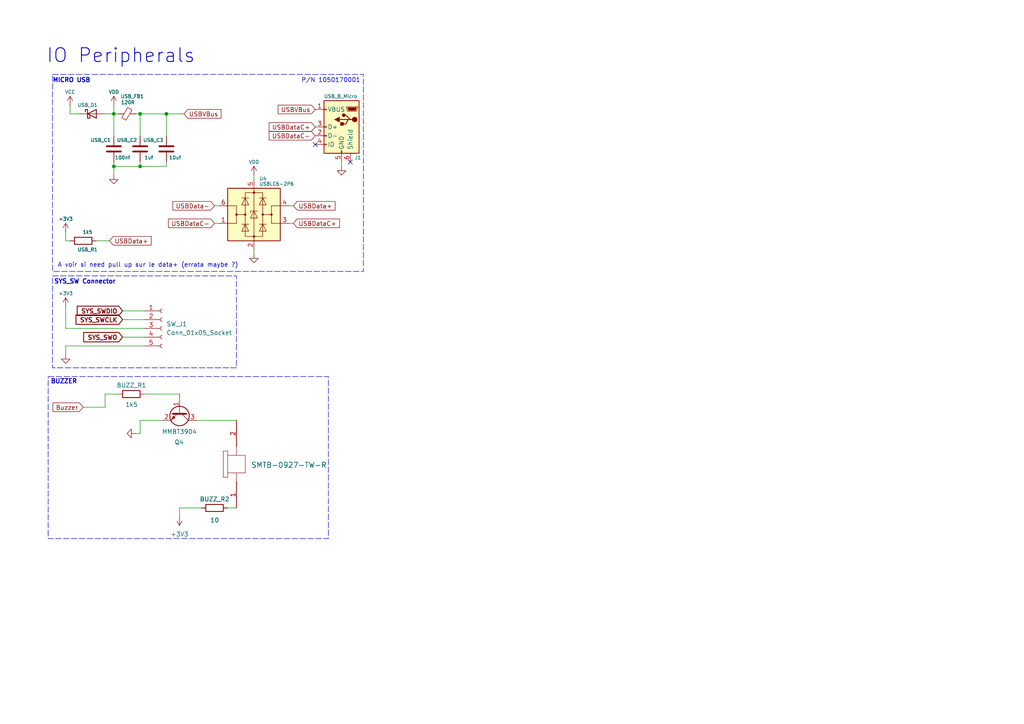
<source format=kicad_sch>
(kicad_sch (version 20231120) (generator "eeschema") (generator_version "8.0")
  (paper "A4")
  (title_block (title "IO") (date "2024-11-09") (company "GAUL"))
  (lib_symbols
    (symbol "+3V3_1" (power) (pin_numbers hide) (pin_names (offset 0) hide)
      (property "Value" "+3V3" (at 0 3.556 0))
      (symbol "+3V3_1_0_1"
        (polyline (pts (xy -0.762 1.27) (xy 0 2.54)))
        (polyline (pts (xy 0 0) (xy 0 2.54)))
        (polyline (pts (xy 0 2.54) (xy 0.762 1.27)))
      )
      (symbol "+3V3_1_1_1"
        (pin power_in line (at 0 0 90) (length 0) (name "~") (number "1"))
      )
    )
    (symbol "Connector:Conn_01x05_Socket" (pin_names (offset 1.016) hide)
      (property "Reference" "J" (at 0 7.62 0))
      (property "Value" "Conn_01x05_Socket" (at 0 -7.62 0))
      (symbol "Conn_01x05_Socket_1_1"
        (arc (start 0 -4.572) (mid -0.5058 -5.08) (end 0 -5.588) (stroke (width 0.1524)))
        (arc (start 0 -2.032) (mid -0.5058 -2.54) (end 0 -3.048) (stroke (width 0.1524)))
        (polyline (pts (xy -1.27 -5.08) (xy -0.508 -5.08)) (stroke (width 0.1524)))
        (polyline (pts (xy -1.27 -2.54) (xy -0.508 -2.54)) (stroke (width 0.1524)))
        (polyline (pts (xy -1.27 0) (xy -0.508 0)) (stroke (width 0.1524)))
        (polyline (pts (xy -1.27 2.54) (xy -0.508 2.54)) (stroke (width 0.1524)))
        (polyline (pts (xy -1.27 5.08) (xy -0.508 5.08)) (stroke (width 0.1524)))
        (arc (start 0 0.508) (mid -0.5058 0) (end 0 -0.508) (stroke (width 0.1524)))
        (arc (start 0 3.048) (mid -0.5058 2.54) (end 0 2.032) (stroke (width 0.1524)))
        (arc (start 0 5.588) (mid -0.5058 5.08) (end 0 4.572) (stroke (width 0.1524)))
        (pin passive line (at -5.08 5.08 0) (length 3.81) (name "Pin_1") (number "1"))
        (pin passive line (at -5.08 2.54 0) (length 3.81) (name "Pin_2") (number "2"))
        (pin passive line (at -5.08 0 0) (length 3.81) (name "Pin_3") (number "3"))
        (pin passive line (at -5.08 -2.54 0) (length 3.81) (name "Pin_4") (number "4"))
        (pin passive line (at -5.08 -5.08 0) (length 3.81) (name "Pin_5") (number "5"))
      )
    )
    (symbol "Connector:USB_B_Micro" (pin_names (offset 1.016))
      (property "Reference" "J3" (at 5.08 -8.89 0))
      (property "Value" "USB_B_Micro" (at 5.08 8.89 0))
      (symbol "USB_B_Micro_0_1"
        (rectangle (start -5.08 -7.62) (end 5.08 7.62) (stroke (width 0.254)) (fill (type background)))
        (circle (center -3.81 2.159) (radius 0.635) (stroke (width 0.254)) (fill (type outline)))
        (circle (center -0.635 3.429) (radius 0.381) (stroke (width 0.254)) (fill (type outline)))
        (rectangle (start -0.127 -7.62) (end 0.127 -6.858))
        (polyline (pts (xy -1.905 2.159) (xy 0.635 2.159)) (stroke (width 0.254)))
        (polyline (pts (xy -3.175 2.159) (xy -2.54 2.159) (xy -1.27 3.429) (xy -0.635 3.429)) (stroke (width 0.254)))
        (polyline (pts (xy -2.54 2.159) (xy -1.905 2.159) (xy -1.27 0.889) (xy 0 0.889)) (stroke (width 0.254)))
        (polyline (pts (xy 0.635 2.794) (xy 0.635 1.524) (xy 1.905 2.159) (xy 0.635 2.794)) (stroke (width 0.254)) (fill (type outline)))
        (polyline (pts (xy -4.318 5.588) (xy -1.778 5.588) (xy -2.032 4.826) (xy -4.064 4.826) (xy -4.318 5.588)) (fill (type outline)))
        (polyline (pts (xy -4.699 5.842) (xy -4.699 5.588) (xy -4.445 4.826) (xy -4.445 4.572) (xy -1.651 4.572) (xy -1.651 4.826) (xy -1.397 5.588) (xy -1.397 5.842) (xy -4.699 5.842)))
        (rectangle (start 0.254 1.27) (end -0.508 0.508) (stroke (width 0.254)) (fill (type outline)))
        (rectangle (start 5.08 -5.207) (end 4.318 -4.953))
        (rectangle (start 5.08 -2.667) (end 4.318 -2.413))
        (rectangle (start 5.08 -0.127) (end 4.318 0.127))
        (rectangle (start 5.08 4.953) (end 4.318 5.207))
      )
      (symbol "USB_B_Micro_1_1"
        (pin power_out line (at 7.62 5.08 180) (length 2.54) (name "VBUS") (number "1"))
        (pin bidirectional line (at 7.62 -2.54 180) (length 2.54) (name "D-") (number "2"))
        (pin bidirectional line (at 7.62 0 180) (length 2.54) (name "D+") (number "3"))
        (pin passive line (at 7.62 -5.08 180) (length 2.54) (name "ID") (number "4"))
        (pin power_in line (at 0 -10.16 90) (length 2.54) (name "GND") (number "5"))
        (pin passive line (at -2.54 -10.16 90) (length 2.54) (name "Shield") (number "6"))
      )
    )
    (symbol "Device:C" (pin_numbers hide) (pin_names (offset 0.254))
      (property "Reference" "C" (at 0.635 2.54 0))
      (property "Value" "C" (at 0.635 -2.54 0))
      (symbol "C_0_1"
        (polyline (pts (xy -2.032 -0.762) (xy 2.032 -0.762)) (stroke (width 0.508)))
        (polyline (pts (xy -2.032 0.762) (xy 2.032 0.762)) (stroke (width 0.508)))
      )
      (symbol "C_1_1"
        (pin passive line (at 0 3.81 270) (length 2.794) (name "~") (number "1"))
        (pin passive line (at 0 -3.81 90) (length 2.794) (name "~") (number "2"))
      )
    )
    (symbol "Device:D_Schottky" (pin_numbers hide) (pin_names (offset 1.016) hide)
      (property "Reference" "D" (at 0 2.54 0))
      (property "Value" "D_Schottky" (at 0 -2.54 0))
      (symbol "D_Schottky_0_1"
        (polyline (pts (xy 1.27 0) (xy -1.27 0)))
        (polyline (pts (xy 1.27 1.27) (xy 1.27 -1.27) (xy -1.27 0) (xy 1.27 1.27)) (stroke (width 0.254)))
        (polyline (pts (xy -1.905 0.635) (xy -1.905 1.27) (xy -1.27 1.27) (xy -1.27 -1.27) (xy -0.635 -1.27) (xy -0.635 -0.635)) (stroke (width 0.254)))
      )
      (symbol "D_Schottky_1_1"
        (pin passive line (at -3.81 0 0) (length 2.54) (name "K") (number "1"))
        (pin passive line (at 3.81 0 180) (length 2.54) (name "A") (number "2"))
      )
    )
    (symbol "Device:FerriteBead_Small" (pin_numbers hide) (pin_names (offset 0))
      (property "Reference" "FB" (at 1.905 1.27 0))
      (property "Value" "FerriteBead_Small" (at 1.905 -1.27 0))
      (symbol "FerriteBead_Small_0_1"
        (polyline (pts (xy 0 -1.27) (xy 0 -0.7874)))
        (polyline (pts (xy 0 0.889) (xy 0 1.2954)))
        (polyline (pts (xy -1.8288 0.2794) (xy -1.1176 1.4986) (xy 1.8288 -0.2032) (xy 1.1176 -1.4224) (xy -1.8288 0.2794)))
      )
      (symbol "FerriteBead_Small_1_1"
        (pin passive line (at 0 2.54 270) (length 1.27) (name "~") (number "1"))
        (pin passive line (at 0 -2.54 90) (length 1.27) (name "~") (number "2"))
      )
    )
    (symbol "Device:R" (pin_numbers hide) (pin_names (offset 0))
      (property "Reference" "R" (at 2.032 0 90))
      (property "Value" "R" (at 0 0 90))
      (symbol "R_0_1"
        (rectangle (start -1.016 -2.54) (end 1.016 2.54) (stroke (width 0.254)))
      )
      (symbol "R_1_1"
        (pin passive line (at 0 3.81 270) (length 1.27) (name "~") (number "1"))
        (pin passive line (at 0 -3.81 90) (length 1.27) (name "~") (number "2"))
      )
    )
    (symbol "ODB2:SMTB-0927-TW-R" (pin_names (offset 0.254))
      (property "Value" "SMTB-0927-TW-R" (at 12.7 7.62 0))
      (symbol "SMTB-0927-TW-R_0_1"
        (polyline (pts (xy 7.62 0) (xy 10.16 0)) (stroke (width 0.127)))
        (polyline (pts (xy 8.89 3.81) (xy 8.89 2.54)) (stroke (width 0.127)))
        (polyline (pts (xy 8.89 3.81) (xy 16.51 3.81)) (stroke (width 0.127)))
        (polyline (pts (xy 10.16 -2.54) (xy 15.24 -2.54)) (stroke (width 0.127)))
        (polyline (pts (xy 10.16 2.54) (xy 10.16 -2.54)) (stroke (width 0.127)))
        (polyline (pts (xy 15.24 -2.54) (xy 15.24 2.54)) (stroke (width 0.127)))
        (polyline (pts (xy 16.51 2.54) (xy 8.89 2.54)) (stroke (width 0.127)))
        (polyline (pts (xy 16.51 3.81) (xy 16.51 2.54)) (stroke (width 0.127)))
        (polyline (pts (xy 17.78 0) (xy 15.24 0)) (stroke (width 0.127)))
      )
      (symbol "SMTB-0927-TW-R_1_1"
        (pin input line (at 0 0 0) (length 7.62) (name "") (number "1"))
        (pin output line (at 25.4 0 180) (length 7.62) (name "") (number "2"))
      )
    )
    (symbol "Power_Protection:USBLC6-2P6" (pin_names hide)
      (property "Reference" "U" (at 2.54 8.89 0))
      (property "Value" "USBLC6-2P6" (at 2.54 -8.89 0))
      (symbol "USBLC6-2P6_0_1"
        (rectangle (start -7.62 -7.62) (end 7.62 7.62) (stroke (width 0.254)) (fill (type background)))
        (circle (center -5.08 0) (radius 0.254) (fill (type outline)))
        (circle (center -2.54 0) (radius 0.254) (fill (type outline)))
        (rectangle (start -2.54 6.35) (end 2.54 -6.35))
        (circle (center 0 -6.35) (radius 0.254) (fill (type outline)))
        (polyline (pts (xy -5.08 -2.54) (xy -7.62 -2.54)))
        (polyline (pts (xy -5.08 0) (xy -5.08 -2.54)))
        (polyline (pts (xy -5.08 2.54) (xy -7.62 2.54)))
        (polyline (pts (xy -1.524 -2.794) (xy -3.556 -2.794)))
        (polyline (pts (xy -1.524 4.826) (xy -3.556 4.826)))
        (polyline (pts (xy 0 -7.62) (xy 0 -6.35)))
        (polyline (pts (xy 0 -6.35) (xy 0 1.27)))
        (polyline (pts (xy 0 1.27) (xy 0 6.35)))
        (polyline (pts (xy 0 6.35) (xy 0 7.62)))
        (polyline (pts (xy 1.524 -2.794) (xy 3.556 -2.794)))
        (polyline (pts (xy 1.524 4.826) (xy 3.556 4.826)))
        (polyline (pts (xy 5.08 -2.54) (xy 7.62 -2.54)))
        (polyline (pts (xy 5.08 0) (xy 5.08 -2.54)))
        (polyline (pts (xy 5.08 2.54) (xy 7.62 2.54)))
        (polyline (pts (xy -2.54 0) (xy -5.08 0) (xy -5.08 2.54)))
        (polyline (pts (xy 2.54 0) (xy 5.08 0) (xy 5.08 2.54)))
        (polyline (pts (xy -3.556 -4.826) (xy -1.524 -4.826) (xy -2.54 -2.794) (xy -3.556 -4.826)))
        (polyline (pts (xy -3.556 2.794) (xy -1.524 2.794) (xy -2.54 4.826) (xy -3.556 2.794)))
        (polyline (pts (xy -1.016 -1.016) (xy 1.016 -1.016) (xy 0 1.016) (xy -1.016 -1.016)))
        (polyline (pts (xy 1.016 1.016) (xy 0.762 1.016) (xy -1.016 1.016) (xy -1.016 0.508)))
        (polyline (pts (xy 3.556 -4.826) (xy 1.524 -4.826) (xy 2.54 -2.794) (xy 3.556 -4.826)))
        (polyline (pts (xy 3.556 2.794) (xy 1.524 2.794) (xy 2.54 4.826) (xy 3.556 2.794)))
        (circle (center 0 6.35) (radius 0.254) (fill (type outline)))
        (circle (center 2.54 0) (radius 0.254) (fill (type outline)))
        (circle (center 5.08 0) (radius 0.254) (fill (type outline)))
      )
      (symbol "USBLC6-2P6_1_1"
        (pin passive line (at -10.16 -2.54 0) (length 2.54) (name "I/O1") (number "1"))
        (pin passive line (at 0 -10.16 90) (length 2.54) (name "GND") (number "2"))
        (pin passive line (at 10.16 -2.54 180) (length 2.54) (name "I/O2") (number "3"))
        (pin passive line (at 10.16 2.54 180) (length 2.54) (name "I/O2") (number "4"))
        (pin passive line (at 0 10.16 270) (length 2.54) (name "VBUS") (number "5"))
        (pin passive line (at -10.16 2.54 0) (length 2.54) (name "I/O1") (number "6"))
      )
    )
    (symbol "Transistor_BJT:MMBT3904" (pin_names (offset 0) hide)
      (property "Reference" "Q" (at 5.08 1.905 0))
      (property "Value" "MMBT3904" (at 5.08 0 0))
      (symbol "MMBT3904_0_1"
        (polyline (pts (xy 0.635 0.635) (xy 2.54 2.54)))
        (polyline (pts (xy 0.635 -0.635) (xy 2.54 -2.54) (xy 2.54 -2.54)))
        (polyline (pts (xy 0.635 1.905) (xy 0.635 -1.905) (xy 0.635 -1.905)) (stroke (width 0.508)))
        (polyline (pts (xy 1.27 -1.778) (xy 1.778 -1.27) (xy 2.286 -2.286) (xy 1.27 -1.778) (xy 1.27 -1.778)) (fill (type outline)))
        (circle (center 1.27 0) (radius 2.8194) (stroke (width 0.254)))
      )
      (symbol "MMBT3904_1_1"
        (pin input line (at -5.08 0 0) (length 5.715) (name "B") (number "1"))
        (pin passive line (at 2.54 -5.08 90) (length 2.54) (name "E") (number "2"))
        (pin passive line (at 2.54 5.08 270) (length 2.54) (name "C") (number "3"))
      )
    )
    (symbol "power:+3V3" (power) (pin_names (offset 0))
      (property "Value" "+3V3" (at 0 3.556 0))
      (symbol "+3V3_0_1"
        (polyline (pts (xy -0.762 1.27) (xy 0 2.54)))
        (polyline (pts (xy 0 0) (xy 0 2.54)))
        (polyline (pts (xy 0 2.54) (xy 0.762 1.27)))
      )
      (symbol "+3V3_1_1"
        (pin power_in line (at 0 0 90) (length 0) hide (name "+3V3") (number "1"))
      )
    )
    (symbol "power:GND" (power) (pin_names (offset 0))
      (property "Value" "GND" (at 0 -3.81 0))
      (symbol "GND_0_1"
        (polyline (pts (xy 0 0) (xy 0 -1.27) (xy 1.27 -1.27) (xy 0 -2.54) (xy -1.27 -1.27) (xy 0 -1.27)))
      )
      (symbol "GND_1_1"
        (pin power_in line (at 0 0 270) (length 0) hide (name "GND") (number "1"))
      )
    )
    (symbol "power:VCC" (power) (pin_names (offset 0))
      (property "Value" "VCC" (at 0 3.81 0))
      (symbol "VCC_0_1"
        (polyline (pts (xy -0.762 1.27) (xy 0 2.54)))
        (polyline (pts (xy 0 0) (xy 0 2.54)))
        (polyline (pts (xy 0 2.54) (xy 0.762 1.27)))
      )
      (symbol "VCC_1_1"
        (pin power_in line (at 0 0 90) (length 0) hide (name "VCC") (number "1"))
      )
    )
    (symbol "power:VDD" (power) (pin_names (offset 0))
      (property "Value" "VDD" (at 0 3.81 0))
      (symbol "VDD_0_1"
        (polyline (pts (xy -0.762 1.27) (xy 0 2.54)))
        (polyline (pts (xy 0 0) (xy 0 2.54)))
        (polyline (pts (xy 0 2.54) (xy 0.762 1.27)))
      )
      (symbol "VDD_1_1"
        (pin power_in line (at 0 0 90) (length 0) hide (name "VDD") (number "1"))
      )
    )
  )
  (junction (at 33.02 33.02))
  (junction (at 33.02 48.26))
  (junction (at 40.64 48.26))
  (junction (at 40.64 33.02))
  (junction (at 48.26 33.02))
  (no_connect (at 91.44 41.91))
  (no_connect (at 101.6 46.99))
  (wire (pts (xy 48.26 39.37) (xy 48.26 33.02)))
  (wire (pts (xy 83.82 64.77) (xy 85.09 64.77)))
  (wire (pts (xy 19.05 67.31) (xy 19.05 69.85)))
  (wire (pts (xy 57.15 121.92) (xy 68.58 121.92)))
  (wire (pts (xy 35.56 90.17) (xy 41.91 90.17)))
  (wire (pts (xy 48.26 46.99) (xy 48.26 48.26)))
  (wire (pts (xy 83.82 59.69) (xy 85.09 59.69)))
  (wire (pts (xy 35.56 92.71) (xy 41.91 92.71)))
  (wire (pts (xy 52.07 147.32) (xy 52.07 149.86)))
  (wire (pts (xy 52.07 147.32) (xy 58.42 147.32)))
  (wire (pts (xy 33.02 30.48) (xy 33.02 33.02)))
  (wire (pts (xy 41.91 114.3) (xy 52.07 114.3)))
  (wire (pts (xy 33.02 48.26) (xy 40.64 48.26)))
  (wire (pts (xy 24.13 118.11) (xy 30.48 118.11)))
  (wire (pts (xy 31.75 69.85) (xy 27.94 69.85)))
  (wire (pts (xy 33.02 48.26) (xy 33.02 50.8)))
  (wire (pts (xy 41.91 95.25) (xy 19.05 95.25)))
  (wire (pts (xy 33.02 33.02) (xy 33.02 39.37)))
  (wire (pts (xy 30.48 114.3) (xy 34.29 114.3)))
  (wire (pts (xy 19.05 69.85) (xy 20.32 69.85)))
  (wire (pts (xy 40.64 121.92) (xy 46.99 121.92)))
  (wire (pts (xy 68.58 147.32) (xy 66.04 147.32)))
  (wire (pts (xy 39.37 33.02) (xy 40.64 33.02)))
  (wire (pts (xy 62.23 59.69) (xy 63.5 59.69)))
  (wire (pts (xy 33.02 46.99) (xy 33.02 48.26)))
  (wire (pts (xy 19.05 100.33) (xy 19.05 102.87)))
  (wire (pts (xy 40.64 46.99) (xy 40.64 48.26)))
  (wire (pts (xy 40.64 125.73) (xy 40.64 121.92)))
  (wire (pts (xy 40.64 39.37) (xy 40.64 33.02)))
  (wire (pts (xy 73.66 72.39) (xy 73.66 73.66)))
  (wire (pts (xy 39.37 125.73) (xy 40.64 125.73)))
  (wire (pts (xy 22.86 33.02) (xy 20.32 33.02)))
  (wire (pts (xy 48.26 33.02) (xy 53.34 33.02)))
  (wire (pts (xy 41.91 100.33) (xy 19.05 100.33)))
  (wire (pts (xy 73.66 50.8) (xy 73.66 52.07)))
  (wire (pts (xy 19.05 95.25) (xy 19.05 88.9)))
  (wire (pts (xy 40.64 33.02) (xy 48.26 33.02)))
  (wire (pts (xy 99.06 46.99) (xy 99.06 48.26)))
  (wire (pts (xy 35.56 97.79) (xy 41.91 97.79)))
  (wire (pts (xy 20.32 33.02) (xy 20.32 30.48)))
  (wire (pts (xy 62.23 64.77) (xy 63.5 64.77)))
  (wire (pts (xy 40.64 48.26) (xy 48.26 48.26)))
  (wire (pts (xy 30.48 33.02) (xy 33.02 33.02)))
  (wire (pts (xy 34.29 33.02) (xy 33.02 33.02)))
  (wire (pts (xy 30.48 114.3) (xy 30.48 118.11)))
  (rectangle (start 13.97 109.22) (end 95.25 156.21) (stroke (width 0) (type dash)))
  (rectangle (start 15.24 80.01) (end 68.58 106.68) (stroke (width 0) (type dash)))
  (rectangle (start 15.24 21.59) (end 105.41 78.74) (stroke (width 0) (type dash)))
  (text "IO Peripherals" (at 35.052 16.256 0) (effects (font (size 4 4) (thickness 0.254) (bold yes))))
  (text "MICRO USB" (at 15.24 24.13 0) (effects (font (size 1.27 1.27) (thickness 0.254) (bold yes)) (justify left bottom)))
  (text "A voir si need pull up sur le data+ (errata maybe ?)" (at 42.926 76.962 0) (effects (font (size 1.27 1.27))))
  (text "P/N 1050170001" (at 87.376 24.13 0) (effects (font (size 1.27 1.27)) (justify left bottom)))
  (text "BUZZER" (at 18.542 110.744 0) (effects (font (size 1.27 1.27) (thickness 0.254) (bold yes))))
  (text "SYS_SW Connector" (at 24.638 81.788 0) (effects (font (size 1.27 1.27) (thickness 0.254) (bold yes))))
  (global_label "Buzzer" (shape input) (at 24.13 118.11 180) (property "Intersheetrefs" "${INTERSHEET_REFS}" (effects (hide yes))))
  (global_label "USBData+" (shape input) (at 31.75 69.85 0) (property "Intersheetrefs" "${INTERSHEET_REFS}" (effects (hide yes))))
  (global_label "SYS_SWDIO" (shape input) (at 35.56 90.17 180) (effects (font (thickness 0.254) (bold yes))) (property "Intersheetrefs" "${INTERSHEET_REFS}" (effects (hide yes))))
  (global_label "SYS_SWCLK" (shape input) (at 35.56 92.71 180) (effects (font (thickness 0.254) (bold yes))) (property "Intersheetrefs" "${INTERSHEET_REFS}" (effects (hide yes))))
  (global_label "USBDataC+" (shape input) (at 91.44 36.83 180) (property "Intersheetrefs" "${INTERSHEET_REFS}" (effects (hide yes))))
  (global_label "SYS_SWO" (shape input) (at 35.56 97.79 180) (effects (font (thickness 0.254) (bold yes))) (property "Intersheetrefs" "${INTERSHEET_REFS}" (effects (hide yes))))
  (global_label "USBData+" (shape input) (at 85.09 59.69 0) (property "Intersheetrefs" "${INTERSHEET_REFS}" (effects (hide yes))))
  (global_label "USBData-" (shape input) (at 62.23 59.69 180) (property "Intersheetrefs" "${INTERSHEET_REFS}" (effects (hide yes))))
  (global_label "USBDataC+" (shape input) (at 85.09 64.77 0) (property "Intersheetrefs" "${INTERSHEET_REFS}" (effects (hide yes))))
  (global_label "USBVBus" (shape input) (at 53.34 33.02 0) (property "Intersheetrefs" "${INTERSHEET_REFS}" (effects (hide yes))))
  (global_label "USBDataC-" (shape input) (at 62.23 64.77 180) (property "Intersheetrefs" "${INTERSHEET_REFS}" (effects (hide yes))))
  (global_label "USBVBus" (shape input) (at 91.44 31.75 180) (property "Intersheetrefs" "${INTERSHEET_REFS}" (effects (hide yes))))
  (global_label "USBDataC-" (shape input) (at 91.44 39.37 180) (property "Intersheetrefs" "${INTERSHEET_REFS}" (effects (hide yes))))
  (symbol (lib_id "ODB2:SMTB-0927-TW-R") (at 68.58 147.32 90) (unit 1)
    (property "Reference" "LS1" (effects (hide yes)))
    (property "Value" "SMTB-0927-TW-R" (at 83.82 134.874 90) (effects (font (size 1.524 1.524))))
    (property "Footprint" "SMTB-0927-TW-R_PUI" (effects (hide yes)))
    (property "Datasheet" "SMTB-0927-TW-R" (effects (hide yes)))
  )
  (symbol (lib_id "Device:R") (at 24.13 69.85 270) (unit 1)
    (property "Reference" "USB_R1" (at 25.4 72.39 90) (effects (font (size 1 1))))
    (property "Value" "1k5" (at 25.4 67.31 90) (effects (font (size 1 1))))
    (property "Footprint" "Resistor_SMD:R_0805_2012Metric" (effects (hide yes)))
  )
  (symbol (lib_id "Device:R") (at 62.23 147.32 90) (unit 1)
    (property "Reference" "BUZZ_R2" (at 57.912 144.78 90) (effects (justify right)))
    (property "Value" "10" (at 60.96 150.876 90) (effects (justify right)))
    (property "Description" "Resistor" (effects (hide yes)))
  )
  (symbol (lib_id "power:+3V3") (at 19.05 67.31 0) (unit 1)
    (property "Reference" "#PWR038" (effects (hide yes)))
    (property "Value" "+3V3" (at 19.05 63.5 0) (effects (font (size 1 1))))
  )
  (symbol (lib_id "power:VCC") (at 20.32 30.48 0) (unit 1)
    (property "Reference" "#PWR037" (effects (hide yes)))
    (property "Value" "VCC" (at 20.32 26.67 0) (effects (font (size 1 1))))
  )
  (symbol (lib_id "power:+3V3") (at 19.05 88.9 0) (unit 1)
    (property "Reference" "#PWR046" (effects (hide yes)))
    (property "Value" "+3V3" (at 19.05 85.09 0) (effects (font (size 1 1))))
  )
  (symbol (lib_id "Device:C") (at 40.64 43.18 180) (unit 1)
    (property "Reference" "USB_C2" (at 36.83 40.64 0) (effects (font (size 1 1))))
    (property "Value" "1uf" (at 43.18 45.72 0) (effects (font (size 1 1))))
    (property "Footprint" "Capacitor_SMD:C_0805_2012Metric" (effects (hide yes)))
  )
  (symbol (lib_id "Transistor_BJT:MMBT3904") (at 52.07 119.38 270) (unit 1)
    (property "Reference" "Q4" (at 53.34 128.27 90) (effects (justify right)))
    (property "Value" "MMBT3904" (at 57.15 125.222 90) (effects (justify right)))
    (property "Footprint" "Package_TO_SOT_SMD:SOT-23" (effects (hide yes)))
    (property "Datasheet" "https://www.onsemi.com/pdf/datasheet/pzt3904-d.pdf" (effects (hide yes)))
    (property "Description" "0.2A Ic, 40V Vce, Small Signal NPN Transistor, SOT-23" (effects (hide yes)))
  )
  (symbol (lib_id "power:GND") (at 19.05 102.87 0) (unit 1)
    (property "Reference" "#PWR047" (effects (hide yes)))
    (property "Value" "GND" (effects (hide yes)))
  )
  (symbol (lib_id "power:VDD") (at 33.02 30.48 0) (unit 1)
    (property "Reference" "#PWR039" (effects (hide yes)))
    (property "Value" "VDD" (at 33.02 26.67 0) (effects (font (size 1 1))))
  )
  (symbol (lib_id "Power_Protection:USBLC6-2P6") (at 73.66 62.23 0) (unit 1)
    (property "Reference" "U4" (at 75.184 51.816 0) (effects (font (size 1 1)) (justify left)))
    (property "Value" "USBLC6-2P6" (at 75.184 53.34 0) (effects (font (size 1 1)) (justify left)))
    (property "Footprint" "Package_TO_SOT_SMD:SOT-666" (effects (hide yes)))
    (property "Datasheet" "https://www.st.com/resource/en/datasheet/usblc6-2.pdf" (effects (hide yes)))
  )
  (symbol (lib_id "power:GND") (at 39.37 125.73 270) (unit 1)
    (property "Reference" "#PWR063" (effects (hide yes)))
    (property "Value" "GND" (effects (hide yes)))
  )
  (symbol (lib_id "Connector:USB_B_Micro") (at 99.06 36.83 0) (mirror y) (unit 1)
    (property "Reference" "J1" (at 102.87 45.72 0) (effects (font (size 1 1)) (justify right)))
    (property "Value" "USB_B_Micro" (at 93.98 27.94 0) (effects (font (size 1 1)) (justify right)))
    (property "Footprint" "Connector_USB:USB_Micro-B_Molex-105017-0001" (effects (hide yes)))
  )
  (symbol (lib_id "Device:C") (at 33.02 43.18 180) (unit 1)
    (property "Reference" "USB_C1" (at 29.21 40.64 0) (effects (font (size 1 1))))
    (property "Value" "100nf" (at 35.56 45.72 0) (effects (font (size 1 1))))
    (property "Footprint" "Capacitor_SMD:C_0805_2012Metric" (effects (hide yes)))
  )
  (symbol (lib_id "Device:D_Schottky") (at 26.67 33.02 0) (unit 1)
    (property "Reference" "USB_D1" (at 25.4 30.48 0) (effects (font (size 1 1))))
    (property "Value" "B260A-13-F" (effects (hide yes)))
    (property "Footprint" "Diode_SMD:D_SOD-123" (effects (hide yes)))
  )
  (symbol (lib_id "Device:R") (at 38.1 114.3 90) (unit 1)
    (property "Reference" "BUZZ_R1" (at 33.782 111.76 90) (effects (justify right)))
    (property "Value" "1k5" (at 36.322 117.348 90) (effects (justify right)))
    (property "Description" "Resistor" (effects (hide yes)))
  )
  (symbol (lib_id "Device:FerriteBead_Small") (at 36.83 33.02 90) (unit 1)
    (property "Reference" "USB_FB1" (at 38.354 27.94 90) (effects (font (size 1 1))))
    (property "Value" "120R" (at 37.084 29.718 90) (effects (font (size 1 1))))
    (property "Footprint" "Inductor_SMD:L_0805_2012Metric" (effects (hide yes)))
  )
  (symbol (lib_id "Device:C") (at 48.26 43.18 180) (unit 1)
    (property "Reference" "USB_C3" (at 44.45 40.64 0) (effects (font (size 1 1))))
    (property "Value" "10uf" (at 50.8 45.72 0) (effects (font (size 1 1))))
    (property "Footprint" "Capacitor_SMD:C_0805_2012Metric" (effects (hide yes)))
  )
  (symbol (lib_id "Connector:Conn_01x05_Socket") (at 46.99 95.25 0) (unit 1)
    (property "Reference" "SW_J1" (at 48.26 93.9799 0) (effects (justify left)))
    (property "Value" "Conn_01x05_Socket" (at 48.26 96.5199 0) (effects (justify left)))
    (property "Description" "Generic connector, single row, 01x05, script generated" (effects (hide yes)))
  )
  (symbol (lib_id "power:GND") (at 73.66 73.66 0) (unit 1)
    (property "Reference" "#PWR042" (effects (hide yes)))
    (property "Value" "GND" (effects (hide yes)))
  )
  (symbol (lib_name "+3V3_1") (lib_id "power:+3V3") (at 52.07 149.86 180) (unit 1)
    (property "Reference" "#PWR062" (effects (hide yes)))
    (property "Value" "+3V3" (at 52.07 154.94 0))
    (property "Description" "Power symbol creates a global label with name \"+3V3\"" (effects (hide yes)))
  )
  (symbol (lib_id "power:GND") (at 99.06 48.26 0) (unit 1)
    (property "Reference" "#PWR043" (effects (hide yes)))
    (property "Value" "GND" (effects (hide yes)))
  )
  (symbol (lib_id "power:GND") (at 33.02 50.8 0) (unit 1)
    (property "Reference" "#PWR040" (effects (hide yes)))
    (property "Value" "GND" (effects (hide yes)))
  )
  (symbol (lib_id "power:VDD") (at 73.66 50.8 0) (unit 1)
    (property "Reference" "#PWR041" (effects (hide yes)))
    (property "Value" "VDD" (at 73.66 46.99 0) (effects (font (size 1 1))))
  )
)
</source>
